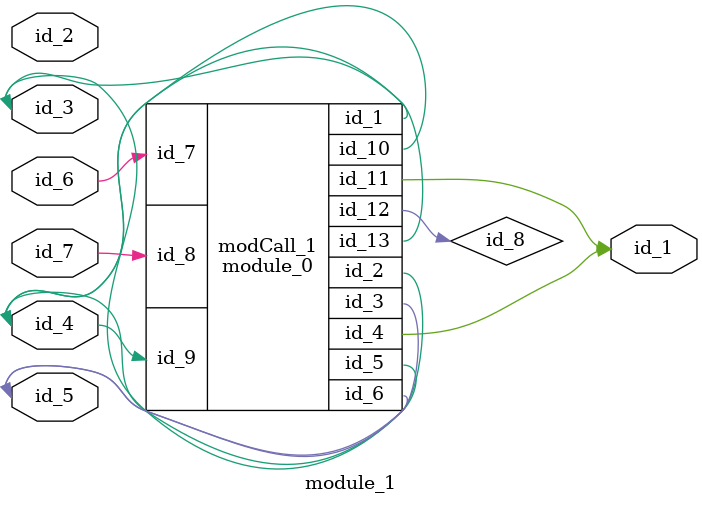
<source format=v>
module module_0 (
    id_1,
    id_2,
    id_3,
    id_4,
    id_5,
    id_6,
    id_7,
    id_8,
    id_9,
    id_10,
    id_11,
    id_12,
    id_13
);
  output wire id_13;
  inout wire id_12;
  output wire id_11;
  inout wire id_10;
  input wire id_9;
  input wire id_8;
  input wire id_7;
  inout wire id_6;
  output wire id_5;
  output wire id_4;
  inout wire id_3;
  inout wire id_2;
  output wire id_1;
  wire id_14;
endmodule
module module_1 (
    id_1,
    id_2,
    id_3,
    id_4,
    id_5,
    id_6,
    id_7
);
  input wire id_7;
  input wire id_6;
  inout wire id_5;
  inout wire id_4;
  inout wire id_3;
  inout wire id_2;
  output wire id_1;
  wire id_8;
  module_0 modCall_1 (
      id_3,
      id_3,
      id_5,
      id_1,
      id_4,
      id_5,
      id_6,
      id_7,
      id_4,
      id_4,
      id_1,
      id_8,
      id_4
  );
endmodule

</source>
